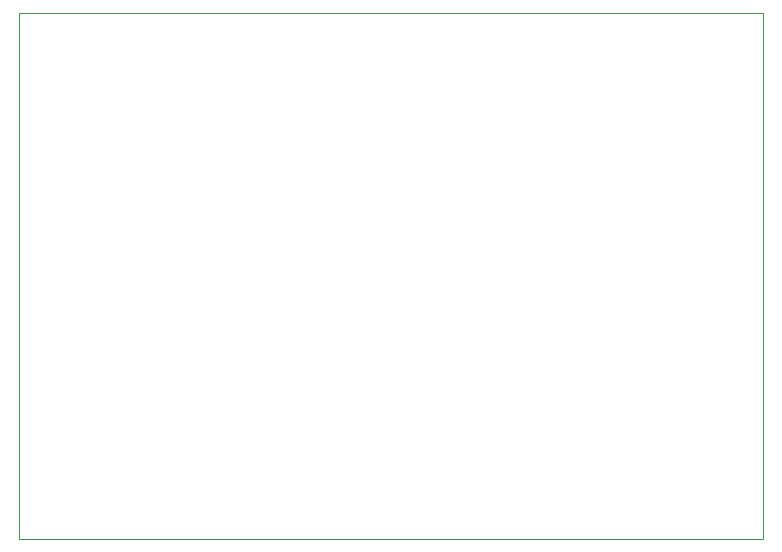
<source format=gbr>
%TF.GenerationSoftware,KiCad,Pcbnew,8.0.4*%
%TF.CreationDate,2024-09-06T23:51:22+02:00*%
%TF.ProjectId,pcb,7063622e-6b69-4636-9164-5f7063625858,rev?*%
%TF.SameCoordinates,Original*%
%TF.FileFunction,Profile,NP*%
%FSLAX46Y46*%
G04 Gerber Fmt 4.6, Leading zero omitted, Abs format (unit mm)*
G04 Created by KiCad (PCBNEW 8.0.4) date 2024-09-06 23:51:22*
%MOMM*%
%LPD*%
G01*
G04 APERTURE LIST*
%TA.AperFunction,Profile*%
%ADD10C,0.050000*%
%TD*%
G04 APERTURE END LIST*
D10*
X74000000Y-53000000D02*
X137000000Y-53000000D01*
X137000000Y-97500000D01*
X74000000Y-97500000D01*
X74000000Y-53000000D01*
M02*

</source>
